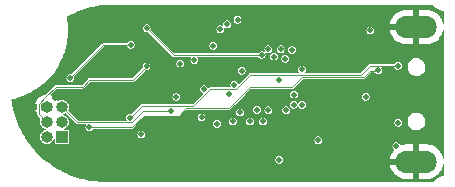
<source format=gbr>
%TF.GenerationSoftware,KiCad,Pcbnew,7.0.6*%
%TF.CreationDate,2023-08-02T13:54:47-07:00*%
%TF.ProjectId,ovrdrive,6f767264-7269-4766-952e-6b696361645f,rev?*%
%TF.SameCoordinates,Original*%
%TF.FileFunction,Copper,L3,Inr*%
%TF.FilePolarity,Positive*%
%FSLAX46Y46*%
G04 Gerber Fmt 4.6, Leading zero omitted, Abs format (unit mm)*
G04 Created by KiCad (PCBNEW 7.0.6) date 2023-08-02 13:54:47*
%MOMM*%
%LPD*%
G01*
G04 APERTURE LIST*
%TA.AperFunction,ComponentPad*%
%ADD10O,3.500000X1.900000*%
%TD*%
%TA.AperFunction,ComponentPad*%
%ADD11R,1.000000X1.000000*%
%TD*%
%TA.AperFunction,ComponentPad*%
%ADD12O,1.000000X1.000000*%
%TD*%
%TA.AperFunction,ViaPad*%
%ADD13C,0.460000*%
%TD*%
%TA.AperFunction,Conductor*%
%ADD14C,0.100000*%
%TD*%
G04 APERTURE END LIST*
D10*
%TO.N,GND*%
%TO.C,J1*%
X142100000Y-98500000D03*
X142100000Y-109900000D03*
%TD*%
D11*
%TO.N,/MISO*%
%TO.C,J3*%
X112070000Y-107800000D03*
D12*
%TO.N,+5V*%
X110800000Y-107800000D03*
%TO.N,/SCK*%
X112070000Y-106530000D03*
%TO.N,/MOSI*%
X110800000Y-106530000D03*
%TO.N,/~{RST}*%
X112070000Y-105260000D03*
%TO.N,GND*%
X110800000Y-105260000D03*
%TD*%
D13*
%TO.N,/IN1*%
X140520500Y-101800000D03*
%TO.N,GND*%
X139600000Y-97400000D03*
X137000000Y-100400000D03*
X143600000Y-100400000D03*
X143600000Y-106600000D03*
X133000000Y-99000000D03*
X126400000Y-100400000D03*
X117600000Y-109800000D03*
X124600000Y-107400000D03*
%TO.N,+3.3V*%
X140570500Y-106600000D03*
%TO.N,VMEM*%
X140400000Y-108600000D03*
X137800000Y-104400000D03*
%TO.N,+1V8*%
X131750000Y-104220000D03*
X127300000Y-102200000D03*
X128600000Y-105500000D03*
X131000000Y-101200000D03*
%TO.N,/MOSI*%
X119243348Y-101843348D03*
%TO.N,/~{RST}*%
X121283771Y-105600000D03*
%TO.N,/INHIBIT*%
X117900000Y-100000000D03*
X112800000Y-102829500D03*
%TO.N,Net-(JP1-B)*%
X130500000Y-109750000D03*
%TO.N,/RB1*%
X131550000Y-100450000D03*
%TO.N,/RB0*%
X130050000Y-101010000D03*
%TO.N,/~{CE1}*%
X130450000Y-102950000D03*
%TO.N,/DQS*%
X129550000Y-105540500D03*
%TO.N,Net-(U2A-~{CE})*%
X122100000Y-101600000D03*
%TO.N,/~{CE3}*%
X131050000Y-105540500D03*
%TO.N,/~{CE2}*%
X131700000Y-105100000D03*
%TO.N,/~{RE}*%
X129550000Y-100400000D03*
%TO.N,/~{CE}*%
X119250000Y-98600000D03*
X128991864Y-100879856D03*
%TO.N,/~{WP}*%
X123900000Y-106150000D03*
%TO.N,/~{WE}*%
X125200000Y-106700000D03*
%TO.N,/ALE*%
X126550000Y-106500000D03*
%TO.N,/CLE*%
X127150000Y-105740500D03*
%TO.N,+3.3V*%
X128000000Y-106500000D03*
X130600000Y-100400000D03*
X132400000Y-102100000D03*
X129100000Y-106500000D03*
X123300000Y-101304500D03*
X132400000Y-105100000D03*
%TO.N,GND*%
X108900000Y-105600000D03*
X119800000Y-106500000D03*
X118200000Y-98400000D03*
X132350000Y-101200000D03*
X136500000Y-108600000D03*
X114600000Y-99200000D03*
X132500000Y-109000000D03*
X139750000Y-110950000D03*
X114100000Y-107900000D03*
X126950000Y-97150000D03*
X122550000Y-105950000D03*
X135500000Y-97050000D03*
X119900000Y-101300000D03*
X113350000Y-109800000D03*
X111500000Y-104500000D03*
X122100000Y-99400000D03*
X131000000Y-110600000D03*
X126300000Y-110800000D03*
X117600000Y-103800000D03*
%TO.N,+5V*%
X138200000Y-98800000D03*
X118800000Y-107600000D03*
X133800000Y-108095500D03*
%TO.N,/FD7*%
X126950000Y-97900000D03*
%TO.N,/FD6*%
X126072701Y-98279500D03*
%TO.N,/FD5*%
X125500000Y-98700000D03*
%TO.N,/FD4*%
X124900000Y-100100000D03*
%TO.N,/FD3*%
X126677375Y-103384648D03*
%TO.N,/FD2*%
X124104500Y-103764148D03*
%TO.N,/FD1*%
X121770207Y-104429793D03*
%TO.N,/FD0*%
X126204500Y-104150000D03*
%TO.N,/IN1*%
X117845500Y-106200000D03*
%TO.N,/IN2*%
X138825627Y-102157685D03*
X114400000Y-107000000D03*
%TD*%
D14*
%TO.N,/IN1*%
X140498185Y-101777685D02*
X140520500Y-101800000D01*
X139577685Y-101777685D02*
X140498185Y-101777685D01*
X138000000Y-101950000D02*
X138150000Y-101800000D01*
X138150000Y-101800000D02*
X138172315Y-101777685D01*
%TO.N,/MOSI*%
X110670381Y-104470381D02*
X111570381Y-103570381D01*
X113829619Y-103570381D02*
X114400000Y-103000000D01*
X114400000Y-103000000D02*
X116400000Y-103000000D01*
X119243348Y-101843348D02*
X118086696Y-103000000D01*
X110150000Y-104990761D02*
X110150000Y-105880000D01*
X110150000Y-105880000D02*
X110800000Y-106530000D01*
X110670381Y-104470381D02*
X110150000Y-104990761D01*
X118086696Y-103000000D02*
X116400000Y-103000000D01*
X111570381Y-103570381D02*
X113829619Y-103570381D01*
%TO.N,/~{RST}*%
X118982902Y-105600000D02*
X118002902Y-106580000D01*
X113390000Y-106580000D02*
X112070000Y-105260000D01*
X118002902Y-106580000D02*
X113390000Y-106580000D01*
X121283771Y-105600000D02*
X118982902Y-105600000D01*
%TO.N,/INHIBIT*%
X112800000Y-102800000D02*
X114700000Y-100900000D01*
X117900000Y-100000000D02*
X115600000Y-100000000D01*
X112800000Y-102829500D02*
X112800000Y-102800000D01*
X115600000Y-100000000D02*
X114700000Y-100900000D01*
%TO.N,/~{CE}*%
X121529856Y-100879856D02*
X119250000Y-98600000D01*
X128991864Y-100879856D02*
X121529856Y-100879856D01*
%TO.N,/IN1*%
X117845500Y-106200000D02*
X118845500Y-105200000D01*
X123207050Y-105200000D02*
X119800000Y-105200000D01*
X124642402Y-103764648D02*
X123207050Y-105200000D01*
X138000000Y-101950000D02*
X137380000Y-102570000D01*
X137380000Y-102570000D02*
X128029425Y-102570000D01*
X138172315Y-101777685D02*
X139577685Y-101777685D01*
X126834777Y-103764648D02*
X124642402Y-103764648D01*
X128029425Y-102570000D02*
X126834777Y-103764648D01*
X118845500Y-105200000D02*
X119800000Y-105200000D01*
%TO.N,/IN2*%
X132430000Y-102770000D02*
X137630000Y-102770000D01*
X114400000Y-107000000D02*
X118000000Y-107000000D01*
X137630000Y-102770000D02*
X138200000Y-102200000D01*
X118000000Y-107000000D02*
X119000000Y-106000000D01*
X126200000Y-105400000D02*
X128000000Y-103600000D01*
X121962598Y-106000000D02*
X122562598Y-105400000D01*
X131600000Y-103600000D02*
X132430000Y-102770000D01*
X128000000Y-103600000D02*
X131600000Y-103600000D01*
X122562598Y-105400000D02*
X126200000Y-105400000D01*
X138783312Y-102200000D02*
X138825627Y-102157685D01*
X138200000Y-102200000D02*
X138783312Y-102200000D01*
X119000000Y-106000000D02*
X121962598Y-106000000D01*
%TD*%
%TA.AperFunction,Conductor*%
%TO.N,GND*%
G36*
X110587871Y-105007195D02*
G01*
X110514199Y-105094993D01*
X110475000Y-105202694D01*
X110475000Y-105317306D01*
X110514199Y-105425007D01*
X110587871Y-105512805D01*
X110589941Y-105514000D01*
X110349500Y-105514000D01*
X110314852Y-105499648D01*
X110300500Y-105465000D01*
X110300500Y-105073395D01*
X110314851Y-105038748D01*
X110333249Y-105020350D01*
X110367896Y-105006000D01*
X110589941Y-105006000D01*
X110587871Y-105007195D01*
G37*
%TD.AperFunction*%
%TA.AperFunction,Conductor*%
G36*
X111054000Y-105465000D02*
G01*
X111039648Y-105499648D01*
X111014390Y-105510110D01*
X111054000Y-105462905D01*
X111054000Y-105465000D01*
G37*
%TD.AperFunction*%
%TA.AperFunction,Conductor*%
G36*
X111039648Y-105020352D02*
G01*
X111054000Y-105055000D01*
X111054000Y-105057094D01*
X111014390Y-105009889D01*
X111039648Y-105020352D01*
G37*
%TD.AperFunction*%
%TA.AperFunction,Conductor*%
G36*
X143496587Y-96638571D02*
G01*
X143498948Y-96641105D01*
X143535977Y-96683793D01*
X143557533Y-96708643D01*
X143725459Y-96856897D01*
X143798720Y-96906051D01*
X143911470Y-96981700D01*
X144112322Y-97080875D01*
X144324501Y-97152687D01*
X144394379Y-97166368D01*
X144425623Y-97187109D01*
X144433963Y-97214455D01*
X144433963Y-98243065D01*
X144419611Y-98277713D01*
X144384963Y-98292065D01*
X144350315Y-98277713D01*
X144336631Y-98251130D01*
X144318229Y-98140853D01*
X144239774Y-97912323D01*
X144239770Y-97912313D01*
X144124777Y-97699825D01*
X144124768Y-97699811D01*
X143976364Y-97509141D01*
X143798588Y-97345488D01*
X143596313Y-97213335D01*
X143596307Y-97213331D01*
X143375036Y-97116273D01*
X143375037Y-97116273D01*
X143140801Y-97056956D01*
X142960303Y-97042000D01*
X142354000Y-97042000D01*
X142354000Y-98050000D01*
X141846000Y-98050000D01*
X141846000Y-97042000D01*
X141239697Y-97042000D01*
X141059198Y-97056956D01*
X140824963Y-97116273D01*
X140603692Y-97213331D01*
X140603686Y-97213335D01*
X140401411Y-97345488D01*
X140223635Y-97509141D01*
X140075231Y-97699811D01*
X140075222Y-97699825D01*
X139960229Y-97912313D01*
X139960225Y-97912323D01*
X139881770Y-98140853D01*
X139864225Y-98246000D01*
X140927032Y-98246000D01*
X140876375Y-98333740D01*
X140846190Y-98465992D01*
X140856327Y-98601265D01*
X140905887Y-98727541D01*
X140926987Y-98754000D01*
X139864225Y-98754000D01*
X139881770Y-98859146D01*
X139960225Y-99087676D01*
X139960229Y-99087686D01*
X140075222Y-99300174D01*
X140075231Y-99300188D01*
X140223635Y-99490858D01*
X140401411Y-99654511D01*
X140603686Y-99786664D01*
X140603692Y-99786668D01*
X140824963Y-99883726D01*
X140824962Y-99883726D01*
X141059198Y-99943043D01*
X141239697Y-99958000D01*
X141846000Y-99958000D01*
X141846000Y-98950000D01*
X142354000Y-98950000D01*
X142354000Y-99958000D01*
X142960303Y-99958000D01*
X143140801Y-99943043D01*
X143375036Y-99883726D01*
X143596307Y-99786668D01*
X143596313Y-99786664D01*
X143798588Y-99654511D01*
X143976364Y-99490858D01*
X144124768Y-99300188D01*
X144124777Y-99300174D01*
X144239770Y-99087686D01*
X144239774Y-99087676D01*
X144318229Y-98859146D01*
X144336631Y-98748869D01*
X144356490Y-98717056D01*
X144393028Y-98708602D01*
X144424841Y-98728461D01*
X144433963Y-98756934D01*
X144433963Y-109643065D01*
X144419611Y-109677713D01*
X144384963Y-109692065D01*
X144350315Y-109677713D01*
X144336631Y-109651130D01*
X144318229Y-109540853D01*
X144239774Y-109312323D01*
X144239770Y-109312313D01*
X144124777Y-109099825D01*
X144124768Y-109099811D01*
X143976364Y-108909141D01*
X143798588Y-108745488D01*
X143596313Y-108613335D01*
X143596307Y-108613331D01*
X143375036Y-108516273D01*
X143375037Y-108516273D01*
X143140801Y-108456956D01*
X142960303Y-108442000D01*
X142354000Y-108442000D01*
X142354000Y-109450000D01*
X141846000Y-109450000D01*
X141846000Y-108442000D01*
X141239697Y-108442000D01*
X141059198Y-108456956D01*
X140824962Y-108516273D01*
X140824958Y-108516274D01*
X140785418Y-108533618D01*
X140747923Y-108534393D01*
X140720863Y-108508427D01*
X140717482Y-108497260D01*
X140715359Y-108485219D01*
X140681169Y-108426000D01*
X140657084Y-108384283D01*
X140657082Y-108384280D01*
X140567799Y-108309364D01*
X140567797Y-108309363D01*
X140458276Y-108269500D01*
X140341724Y-108269500D01*
X140232202Y-108309363D01*
X140232200Y-108309364D01*
X140142917Y-108384280D01*
X140142915Y-108384283D01*
X140084641Y-108485216D01*
X140064402Y-108600000D01*
X140084641Y-108714783D01*
X140142915Y-108815716D01*
X140142917Y-108815719D01*
X140199551Y-108863240D01*
X140216868Y-108896505D01*
X140206722Y-108930872D01*
X140075231Y-109099811D01*
X140075222Y-109099825D01*
X139960229Y-109312313D01*
X139960225Y-109312323D01*
X139881770Y-109540853D01*
X139864225Y-109646000D01*
X140927032Y-109646000D01*
X140876375Y-109733740D01*
X140846190Y-109865992D01*
X140856327Y-110001265D01*
X140905887Y-110127541D01*
X140926987Y-110154000D01*
X139864225Y-110154000D01*
X139881770Y-110259146D01*
X139960225Y-110487676D01*
X139960229Y-110487686D01*
X140075222Y-110700174D01*
X140075231Y-110700188D01*
X140223635Y-110890858D01*
X140401411Y-111054511D01*
X140603686Y-111186664D01*
X140603692Y-111186668D01*
X140824963Y-111283726D01*
X140824962Y-111283726D01*
X141059198Y-111343043D01*
X141239697Y-111358000D01*
X141846000Y-111358000D01*
X141846000Y-110350000D01*
X142354000Y-110350000D01*
X142354000Y-111358000D01*
X142960303Y-111358000D01*
X143140801Y-111343043D01*
X143375036Y-111283726D01*
X143596307Y-111186668D01*
X143596313Y-111186664D01*
X143798588Y-111054511D01*
X143976364Y-110890858D01*
X144124768Y-110700188D01*
X144124777Y-110700174D01*
X144239770Y-110487686D01*
X144239774Y-110487676D01*
X144318229Y-110259146D01*
X144336631Y-110148869D01*
X144356490Y-110117056D01*
X144393028Y-110108602D01*
X144424841Y-110128461D01*
X144433963Y-110156934D01*
X144433963Y-111032991D01*
X144419611Y-111067639D01*
X144394378Y-111081078D01*
X144324505Y-111094758D01*
X144324503Y-111094758D01*
X144324501Y-111094759D01*
X144251675Y-111119405D01*
X144112321Y-111166568D01*
X143911471Y-111265739D01*
X143911472Y-111265739D01*
X143773957Y-111358000D01*
X143725451Y-111390543D01*
X143557531Y-111538785D01*
X143498939Y-111606328D01*
X143465393Y-111623096D01*
X143461925Y-111623219D01*
X115820682Y-111623219D01*
X115820286Y-111623055D01*
X115800496Y-111623215D01*
X115800022Y-111623218D01*
X115799996Y-111623218D01*
X115541709Y-111616709D01*
X115464090Y-111614754D01*
X115268165Y-111609523D01*
X115266585Y-111609430D01*
X114964291Y-111581768D01*
X114729708Y-111559184D01*
X114728217Y-111558995D01*
X114438367Y-111513018D01*
X114195887Y-111472597D01*
X114194488Y-111472322D01*
X113912514Y-111408267D01*
X113776671Y-111375831D01*
X113669133Y-111350153D01*
X113667835Y-111349805D01*
X113392972Y-111267952D01*
X113151900Y-111192429D01*
X113150696Y-111192017D01*
X112883164Y-111092690D01*
X112646546Y-111000152D01*
X112645444Y-110999690D01*
X112385860Y-110883281D01*
X112307264Y-110846087D01*
X112155375Y-110774208D01*
X112154376Y-110773707D01*
X111903535Y-110640678D01*
X111680152Y-110515371D01*
X111635367Y-110487686D01*
X111438523Y-110366000D01*
X111224033Y-110225344D01*
X110992980Y-110060483D01*
X110788583Y-109905220D01*
X110598897Y-109750000D01*
X130164402Y-109750000D01*
X130184641Y-109864783D01*
X130242915Y-109965716D01*
X130242917Y-109965719D01*
X130285280Y-110001265D01*
X130332201Y-110040636D01*
X130441724Y-110080500D01*
X130558276Y-110080500D01*
X130667799Y-110040636D01*
X130757083Y-109965718D01*
X130815359Y-109864781D01*
X130835598Y-109750000D01*
X130815359Y-109635219D01*
X130815358Y-109635217D01*
X130815358Y-109635216D01*
X130757084Y-109534283D01*
X130757082Y-109534280D01*
X130667799Y-109459364D01*
X130667797Y-109459363D01*
X130558276Y-109419500D01*
X130441724Y-109419500D01*
X130332202Y-109459363D01*
X130332200Y-109459364D01*
X130242917Y-109534280D01*
X130242915Y-109534283D01*
X130184641Y-109635216D01*
X130164402Y-109750000D01*
X110598897Y-109750000D01*
X110569006Y-109725540D01*
X110375769Y-109556456D01*
X110168552Y-109362691D01*
X109987508Y-109180688D01*
X109793453Y-108973580D01*
X109625555Y-108779640D01*
X109445448Y-108559994D01*
X109291586Y-108355205D01*
X109280153Y-108339216D01*
X109126421Y-108124218D01*
X109125834Y-108123357D01*
X109016008Y-107953934D01*
X108987127Y-107909380D01*
X108922370Y-107804863D01*
X108837260Y-107667493D01*
X108836669Y-107666485D01*
X108810663Y-107619545D01*
X108713563Y-107444283D01*
X108680234Y-107381591D01*
X108616012Y-107260787D01*
X108579583Y-107192263D01*
X108579015Y-107191125D01*
X108472168Y-106962224D01*
X108354557Y-106700666D01*
X108354051Y-106699455D01*
X108264102Y-106465826D01*
X108254721Y-106440636D01*
X108163205Y-106194902D01*
X108162772Y-106193627D01*
X108090489Y-105958550D01*
X108006458Y-105677414D01*
X108006082Y-105675999D01*
X107952549Y-105446437D01*
X107885001Y-105150467D01*
X107884702Y-105148934D01*
X107861651Y-105006000D01*
X109823692Y-105006000D01*
X109950500Y-105006000D01*
X109985148Y-105020352D01*
X109999500Y-105055000D01*
X109999500Y-105465000D01*
X109985148Y-105499648D01*
X109950500Y-105514000D01*
X109823693Y-105514000D01*
X109864223Y-105647608D01*
X109864226Y-105647615D01*
X109957826Y-105822727D01*
X109957828Y-105822730D01*
X109988377Y-105859952D01*
X109999500Y-105891038D01*
X109999500Y-105920327D01*
X110006531Y-105932505D01*
X110011425Y-105944322D01*
X110015063Y-105957900D01*
X110015064Y-105957902D01*
X110015065Y-105957904D01*
X110072095Y-106014935D01*
X110078986Y-106021826D01*
X110078989Y-106021828D01*
X110254906Y-106197745D01*
X110269258Y-106232393D01*
X110265528Y-106251144D01*
X110214955Y-106373238D01*
X110194318Y-106529999D01*
X110214955Y-106686761D01*
X110275461Y-106832836D01*
X110275464Y-106832841D01*
X110366297Y-106951218D01*
X110371718Y-106958282D01*
X110497159Y-107054536D01*
X110497161Y-107054536D01*
X110497163Y-107054538D01*
X110643238Y-107115044D01*
X110653681Y-107116419D01*
X110686159Y-107135171D01*
X110695866Y-107171396D01*
X110677114Y-107203874D01*
X110653681Y-107213581D01*
X110643238Y-107214955D01*
X110497163Y-107275461D01*
X110497158Y-107275464D01*
X110371718Y-107371717D01*
X110371717Y-107371718D01*
X110275464Y-107497158D01*
X110275461Y-107497163D01*
X110214955Y-107643238D01*
X110194318Y-107800000D01*
X110214955Y-107956761D01*
X110275461Y-108102836D01*
X110275464Y-108102841D01*
X110371718Y-108228282D01*
X110497159Y-108324536D01*
X110497161Y-108324536D01*
X110497163Y-108324538D01*
X110571200Y-108355205D01*
X110643238Y-108385044D01*
X110800000Y-108405682D01*
X110956762Y-108385044D01*
X111102841Y-108324536D01*
X111228282Y-108228282D01*
X111324536Y-108102841D01*
X111375231Y-107980451D01*
X111401748Y-107953934D01*
X111439251Y-107953934D01*
X111465770Y-107980452D01*
X111469500Y-107999204D01*
X111469500Y-108309894D01*
X111469501Y-108309898D01*
X111475331Y-108339213D01*
X111475331Y-108339214D01*
X111475332Y-108339215D01*
X111475332Y-108339216D01*
X111497542Y-108372456D01*
X111497543Y-108372457D01*
X111530787Y-108394669D01*
X111560101Y-108400500D01*
X112579898Y-108400499D01*
X112609213Y-108394669D01*
X112642457Y-108372457D01*
X112664669Y-108339213D01*
X112670500Y-108309899D01*
X112670500Y-108095500D01*
X133464402Y-108095500D01*
X133469314Y-108123357D01*
X133484641Y-108210283D01*
X133542915Y-108311216D01*
X133542917Y-108311219D01*
X133615898Y-108372456D01*
X133632201Y-108386136D01*
X133741724Y-108426000D01*
X133858276Y-108426000D01*
X133967799Y-108386136D01*
X134057083Y-108311218D01*
X134115359Y-108210281D01*
X134135598Y-108095500D01*
X134115359Y-107980719D01*
X134115358Y-107980717D01*
X134115358Y-107980716D01*
X134057084Y-107879783D01*
X134057082Y-107879780D01*
X133967799Y-107804864D01*
X133967797Y-107804863D01*
X133858276Y-107765000D01*
X133741724Y-107765000D01*
X133632202Y-107804863D01*
X133632200Y-107804864D01*
X133542917Y-107879780D01*
X133542915Y-107879783D01*
X133484641Y-107980716D01*
X133470764Y-108059419D01*
X133464402Y-108095500D01*
X112670500Y-108095500D01*
X112670499Y-107600000D01*
X118464402Y-107600000D01*
X118484641Y-107714783D01*
X118542915Y-107815716D01*
X118542917Y-107815719D01*
X118619263Y-107879780D01*
X118632201Y-107890636D01*
X118741724Y-107930500D01*
X118858276Y-107930500D01*
X118967799Y-107890636D01*
X119057083Y-107815718D01*
X119115359Y-107714781D01*
X119135598Y-107600000D01*
X119115359Y-107485219D01*
X119115358Y-107485217D01*
X119115358Y-107485216D01*
X119057084Y-107384283D01*
X119057082Y-107384280D01*
X118967799Y-107309364D01*
X118967797Y-107309363D01*
X118858276Y-107269500D01*
X118741724Y-107269500D01*
X118632202Y-107309363D01*
X118632200Y-107309364D01*
X118542917Y-107384280D01*
X118542915Y-107384283D01*
X118484641Y-107485216D01*
X118464402Y-107600000D01*
X112670499Y-107600000D01*
X112670499Y-107290102D01*
X112664669Y-107260787D01*
X112664667Y-107260784D01*
X112664667Y-107260783D01*
X112642457Y-107227543D01*
X112609212Y-107205330D01*
X112579904Y-107199500D01*
X112269205Y-107199500D01*
X112234557Y-107185148D01*
X112220205Y-107150500D01*
X112234557Y-107115852D01*
X112250452Y-107105231D01*
X112372841Y-107054536D01*
X112498282Y-106958282D01*
X112594536Y-106832841D01*
X112655044Y-106686762D01*
X112675682Y-106530000D01*
X112655044Y-106373238D01*
X112630830Y-106314781D01*
X112594538Y-106227163D01*
X112594535Y-106227158D01*
X112580880Y-106209363D01*
X112498282Y-106101718D01*
X112458249Y-106071000D01*
X112372841Y-106005464D01*
X112372836Y-106005461D01*
X112226761Y-105944955D01*
X112216319Y-105943581D01*
X112183840Y-105924830D01*
X112174133Y-105888605D01*
X112192884Y-105856126D01*
X112216319Y-105846419D01*
X112219331Y-105846022D01*
X112226762Y-105845044D01*
X112348856Y-105794471D01*
X112386357Y-105794471D01*
X112402254Y-105805093D01*
X113255065Y-106657904D01*
X113312096Y-106714935D01*
X113325678Y-106718573D01*
X113337491Y-106723466D01*
X113349673Y-106730500D01*
X113430326Y-106730501D01*
X113430328Y-106730500D01*
X114089097Y-106730500D01*
X114123745Y-106744852D01*
X114138097Y-106779500D01*
X114131532Y-106804000D01*
X114084641Y-106885216D01*
X114064402Y-107000000D01*
X114084641Y-107114783D01*
X114142915Y-107215716D01*
X114142917Y-107215719D01*
X114196627Y-107260786D01*
X114232201Y-107290636D01*
X114341724Y-107330500D01*
X114458276Y-107330500D01*
X114567799Y-107290636D01*
X114657083Y-107215718D01*
X114680591Y-107175000D01*
X114710345Y-107152170D01*
X114723027Y-107150500D01*
X118040327Y-107150500D01*
X118052501Y-107143469D01*
X118064319Y-107138574D01*
X118077904Y-107134935D01*
X118134935Y-107077905D01*
X118134935Y-107077903D01*
X118141824Y-107071015D01*
X118141826Y-107071011D01*
X118512837Y-106700000D01*
X124864402Y-106700000D01*
X124884641Y-106814783D01*
X124942915Y-106915716D01*
X124942917Y-106915719D01*
X125019825Y-106980251D01*
X125032201Y-106990636D01*
X125141724Y-107030500D01*
X125258276Y-107030500D01*
X125367799Y-106990636D01*
X125457083Y-106915718D01*
X125509460Y-106824999D01*
X125515358Y-106814783D01*
X125515358Y-106814782D01*
X125515359Y-106814781D01*
X125535598Y-106700000D01*
X125515359Y-106585219D01*
X125515358Y-106585217D01*
X125515358Y-106585216D01*
X125466158Y-106500000D01*
X126214402Y-106500000D01*
X126234641Y-106614783D01*
X126292915Y-106715716D01*
X126292917Y-106715719D01*
X126368930Y-106779500D01*
X126382201Y-106790636D01*
X126491724Y-106830500D01*
X126608276Y-106830500D01*
X126717799Y-106790636D01*
X126807083Y-106715718D01*
X126854186Y-106634133D01*
X126865358Y-106614783D01*
X126865358Y-106614782D01*
X126865359Y-106614781D01*
X126885598Y-106500000D01*
X127664402Y-106500000D01*
X127684641Y-106614783D01*
X127742915Y-106715716D01*
X127742917Y-106715719D01*
X127818930Y-106779500D01*
X127832201Y-106790636D01*
X127941724Y-106830500D01*
X128058276Y-106830500D01*
X128167799Y-106790636D01*
X128257083Y-106715718D01*
X128304186Y-106634133D01*
X128315358Y-106614783D01*
X128315358Y-106614782D01*
X128315359Y-106614781D01*
X128335598Y-106500000D01*
X128764402Y-106500000D01*
X128784641Y-106614783D01*
X128842915Y-106715716D01*
X128842917Y-106715719D01*
X128918930Y-106779500D01*
X128932201Y-106790636D01*
X129041724Y-106830500D01*
X129158276Y-106830500D01*
X129267799Y-106790636D01*
X129357083Y-106715718D01*
X129404186Y-106634133D01*
X129415358Y-106614783D01*
X129415358Y-106614782D01*
X129415359Y-106614781D01*
X129417965Y-106600000D01*
X140234902Y-106600000D01*
X140255141Y-106714783D01*
X140313415Y-106815716D01*
X140313417Y-106815719D01*
X140387408Y-106877804D01*
X140402701Y-106890636D01*
X140512224Y-106930500D01*
X140628776Y-106930500D01*
X140738299Y-106890636D01*
X140827583Y-106815718D01*
X140884745Y-106716710D01*
X140885858Y-106714783D01*
X140885858Y-106714782D01*
X140885859Y-106714781D01*
X140906098Y-106600000D01*
X140896212Y-106543935D01*
X141345669Y-106543935D01*
X141376135Y-106716711D01*
X141425218Y-106830500D01*
X141445624Y-106877806D01*
X141529623Y-106990635D01*
X141550390Y-107018530D01*
X141684786Y-107131302D01*
X141841567Y-107210040D01*
X142012279Y-107250500D01*
X142012280Y-107250500D01*
X142143705Y-107250500D01*
X142143709Y-107250500D01*
X142274255Y-107235241D01*
X142439117Y-107175237D01*
X142585696Y-107078830D01*
X142608615Y-107054538D01*
X142706087Y-106951223D01*
X142706092Y-106951218D01*
X142793812Y-106799281D01*
X142844130Y-106631210D01*
X142854331Y-106456065D01*
X142823865Y-106283289D01*
X142754377Y-106122196D01*
X142739473Y-106102177D01*
X142689625Y-106035219D01*
X142649610Y-105981470D01*
X142621520Y-105957900D01*
X142515214Y-105868698D01*
X142358434Y-105789960D01*
X142358432Y-105789959D01*
X142216066Y-105756218D01*
X142187721Y-105749500D01*
X142056291Y-105749500D01*
X141969260Y-105759672D01*
X141925743Y-105764759D01*
X141925742Y-105764760D01*
X141760883Y-105824762D01*
X141614305Y-105921169D01*
X141614299Y-105921173D01*
X141493912Y-106048776D01*
X141493907Y-106048783D01*
X141406189Y-106200716D01*
X141406185Y-106200725D01*
X141355871Y-106368785D01*
X141355869Y-106368792D01*
X141345669Y-106543931D01*
X141345669Y-106543935D01*
X140896212Y-106543935D01*
X140885859Y-106485219D01*
X140885858Y-106485217D01*
X140885858Y-106485216D01*
X140827584Y-106384283D01*
X140827582Y-106384280D01*
X140738299Y-106309364D01*
X140738297Y-106309363D01*
X140628776Y-106269500D01*
X140512224Y-106269500D01*
X140402702Y-106309363D01*
X140402700Y-106309364D01*
X140313417Y-106384280D01*
X140313415Y-106384283D01*
X140255141Y-106485216D01*
X140234902Y-106600000D01*
X129417965Y-106600000D01*
X129435598Y-106500000D01*
X129415359Y-106385219D01*
X129415358Y-106385217D01*
X129415358Y-106385216D01*
X129357084Y-106284283D01*
X129357082Y-106284280D01*
X129267799Y-106209364D01*
X129267797Y-106209363D01*
X129158276Y-106169500D01*
X129041724Y-106169500D01*
X128932202Y-106209363D01*
X128932200Y-106209364D01*
X128842917Y-106284280D01*
X128842915Y-106284283D01*
X128784641Y-106385216D01*
X128764402Y-106500000D01*
X128335598Y-106500000D01*
X128315359Y-106385219D01*
X128315358Y-106385217D01*
X128315358Y-106385216D01*
X128257084Y-106284283D01*
X128257082Y-106284280D01*
X128167799Y-106209364D01*
X128167797Y-106209363D01*
X128058276Y-106169500D01*
X127941724Y-106169500D01*
X127832202Y-106209363D01*
X127832200Y-106209364D01*
X127742917Y-106284280D01*
X127742915Y-106284283D01*
X127684641Y-106385216D01*
X127664402Y-106500000D01*
X126885598Y-106500000D01*
X126865359Y-106385219D01*
X126865358Y-106385217D01*
X126865358Y-106385216D01*
X126807084Y-106284283D01*
X126807082Y-106284280D01*
X126717799Y-106209364D01*
X126717797Y-106209363D01*
X126608276Y-106169500D01*
X126491724Y-106169500D01*
X126382202Y-106209363D01*
X126382200Y-106209364D01*
X126292917Y-106284280D01*
X126292915Y-106284283D01*
X126234641Y-106385216D01*
X126214402Y-106500000D01*
X125466158Y-106500000D01*
X125457084Y-106484283D01*
X125457082Y-106484280D01*
X125367799Y-106409364D01*
X125367797Y-106409363D01*
X125258276Y-106369500D01*
X125141724Y-106369500D01*
X125032202Y-106409363D01*
X125032200Y-106409364D01*
X124942917Y-106484280D01*
X124942915Y-106484283D01*
X124884641Y-106585216D01*
X124864402Y-106700000D01*
X118512837Y-106700000D01*
X119047986Y-106164852D01*
X119082635Y-106150500D01*
X122002925Y-106150500D01*
X122003791Y-106150000D01*
X123564402Y-106150000D01*
X123584641Y-106264783D01*
X123642915Y-106365716D01*
X123642917Y-106365719D01*
X123702505Y-106415718D01*
X123732201Y-106440636D01*
X123841724Y-106480500D01*
X123958276Y-106480500D01*
X124067799Y-106440636D01*
X124157083Y-106365718D01*
X124204673Y-106283289D01*
X124215358Y-106264783D01*
X124215358Y-106264782D01*
X124215359Y-106264781D01*
X124235598Y-106150000D01*
X124215359Y-106035219D01*
X124215358Y-106035217D01*
X124215358Y-106035216D01*
X124157084Y-105934283D01*
X124157082Y-105934280D01*
X124067799Y-105859364D01*
X124067797Y-105859363D01*
X123958276Y-105819500D01*
X123841724Y-105819500D01*
X123732202Y-105859363D01*
X123732200Y-105859364D01*
X123642917Y-105934280D01*
X123642915Y-105934283D01*
X123584641Y-106035216D01*
X123564402Y-106150000D01*
X122003791Y-106150000D01*
X122015099Y-106143469D01*
X122026917Y-106138574D01*
X122040502Y-106134935D01*
X122097533Y-106077905D01*
X122097533Y-106077903D01*
X122104422Y-106071015D01*
X122104424Y-106071011D01*
X122434936Y-105740500D01*
X126814402Y-105740500D01*
X126834641Y-105855283D01*
X126892915Y-105956216D01*
X126892917Y-105956219D01*
X126962893Y-106014935D01*
X126982201Y-106031136D01*
X127091724Y-106071000D01*
X127208276Y-106071000D01*
X127317799Y-106031136D01*
X127405076Y-105957902D01*
X127407082Y-105956219D01*
X127407084Y-105956216D01*
X127465358Y-105855283D01*
X127465358Y-105855282D01*
X127465359Y-105855281D01*
X127485598Y-105740500D01*
X127465359Y-105625719D01*
X127465358Y-105625717D01*
X127465358Y-105625716D01*
X127407084Y-105524783D01*
X127407082Y-105524780D01*
X127377550Y-105500000D01*
X128264402Y-105500000D01*
X128284641Y-105614783D01*
X128342915Y-105715716D01*
X128342917Y-105715719D01*
X128417820Y-105778569D01*
X128432201Y-105790636D01*
X128541724Y-105830500D01*
X128658276Y-105830500D01*
X128767799Y-105790636D01*
X128857083Y-105715718D01*
X128915359Y-105614781D01*
X128928457Y-105540500D01*
X129214402Y-105540500D01*
X129234641Y-105655283D01*
X129292915Y-105756216D01*
X129292917Y-105756219D01*
X129366142Y-105817661D01*
X129382201Y-105831136D01*
X129491724Y-105871000D01*
X129608276Y-105871000D01*
X129717799Y-105831136D01*
X129807083Y-105756218D01*
X129852569Y-105677434D01*
X129865358Y-105655283D01*
X129865358Y-105655282D01*
X129865359Y-105655281D01*
X129885598Y-105540500D01*
X130714402Y-105540500D01*
X130734641Y-105655283D01*
X130792915Y-105756216D01*
X130792917Y-105756219D01*
X130866142Y-105817661D01*
X130882201Y-105831136D01*
X130991724Y-105871000D01*
X131108276Y-105871000D01*
X131217799Y-105831136D01*
X131307083Y-105756218D01*
X131352569Y-105677434D01*
X131365358Y-105655283D01*
X131365358Y-105655282D01*
X131365359Y-105655281D01*
X131385598Y-105540500D01*
X131365359Y-105425719D01*
X131365358Y-105425717D01*
X131365358Y-105425716D01*
X131307084Y-105324783D01*
X131307082Y-105324780D01*
X131217799Y-105249864D01*
X131217797Y-105249863D01*
X131108276Y-105210000D01*
X130991724Y-105210000D01*
X130882202Y-105249863D01*
X130882200Y-105249864D01*
X130792917Y-105324780D01*
X130792915Y-105324783D01*
X130734641Y-105425716D01*
X130714402Y-105540500D01*
X129885598Y-105540500D01*
X129865359Y-105425719D01*
X129865358Y-105425717D01*
X129865358Y-105425716D01*
X129807084Y-105324783D01*
X129807082Y-105324780D01*
X129717799Y-105249864D01*
X129717797Y-105249863D01*
X129608276Y-105210000D01*
X129491724Y-105210000D01*
X129382202Y-105249863D01*
X129382200Y-105249864D01*
X129292917Y-105324780D01*
X129292915Y-105324783D01*
X129234641Y-105425716D01*
X129214402Y-105540500D01*
X128928457Y-105540500D01*
X128935598Y-105500000D01*
X128915359Y-105385219D01*
X128915358Y-105385217D01*
X128915358Y-105385216D01*
X128857084Y-105284283D01*
X128857082Y-105284280D01*
X128767799Y-105209364D01*
X128767797Y-105209363D01*
X128658276Y-105169500D01*
X128541724Y-105169500D01*
X128432202Y-105209363D01*
X128432200Y-105209364D01*
X128342917Y-105284280D01*
X128342915Y-105284283D01*
X128284641Y-105385216D01*
X128264402Y-105500000D01*
X127377550Y-105500000D01*
X127317799Y-105449864D01*
X127317797Y-105449863D01*
X127208276Y-105410000D01*
X127091724Y-105410000D01*
X126982202Y-105449863D01*
X126982200Y-105449864D01*
X126892917Y-105524780D01*
X126892915Y-105524783D01*
X126834641Y-105625716D01*
X126814402Y-105740500D01*
X122434936Y-105740500D01*
X122610584Y-105564852D01*
X122645233Y-105550500D01*
X126240327Y-105550500D01*
X126252501Y-105543469D01*
X126264319Y-105538574D01*
X126277904Y-105534935D01*
X126334935Y-105477905D01*
X126334935Y-105477903D01*
X126341824Y-105471015D01*
X126341826Y-105471011D01*
X126712837Y-105100000D01*
X131364402Y-105100000D01*
X131384641Y-105214783D01*
X131442915Y-105315716D01*
X131442917Y-105315719D01*
X131506579Y-105369137D01*
X131532201Y-105390636D01*
X131641724Y-105430500D01*
X131758276Y-105430500D01*
X131867799Y-105390636D01*
X131946283Y-105324780D01*
X131957082Y-105315719D01*
X131957082Y-105315718D01*
X131957083Y-105315718D01*
X132007565Y-105228280D01*
X132037316Y-105205451D01*
X132074498Y-105210345D01*
X132092434Y-105228281D01*
X132142915Y-105315716D01*
X132142917Y-105315719D01*
X132206579Y-105369137D01*
X132232201Y-105390636D01*
X132341724Y-105430500D01*
X132458276Y-105430500D01*
X132567799Y-105390636D01*
X132646283Y-105324780D01*
X132657082Y-105315719D01*
X132657084Y-105315716D01*
X132715358Y-105214783D01*
X132715358Y-105214782D01*
X132715359Y-105214781D01*
X132735598Y-105100000D01*
X132715359Y-104985219D01*
X132715358Y-104985217D01*
X132715358Y-104985216D01*
X132657084Y-104884283D01*
X132657082Y-104884280D01*
X132567799Y-104809364D01*
X132567797Y-104809363D01*
X132458276Y-104769500D01*
X132341724Y-104769500D01*
X132232202Y-104809363D01*
X132232200Y-104809364D01*
X132142917Y-104884280D01*
X132142915Y-104884283D01*
X132092434Y-104971718D01*
X132062681Y-104994548D01*
X132025499Y-104989653D01*
X132007564Y-104971718D01*
X131999158Y-104957159D01*
X131973581Y-104912857D01*
X131957084Y-104884283D01*
X131957082Y-104884280D01*
X131867799Y-104809364D01*
X131867797Y-104809363D01*
X131758276Y-104769500D01*
X131641724Y-104769500D01*
X131532202Y-104809363D01*
X131532200Y-104809364D01*
X131442917Y-104884280D01*
X131442915Y-104884283D01*
X131384641Y-104985216D01*
X131364402Y-105100000D01*
X126712837Y-105100000D01*
X127592838Y-104220000D01*
X131414402Y-104220000D01*
X131434641Y-104334783D01*
X131492915Y-104435716D01*
X131492917Y-104435719D01*
X131546286Y-104480500D01*
X131582201Y-104510636D01*
X131691724Y-104550500D01*
X131808276Y-104550500D01*
X131917799Y-104510636D01*
X132007083Y-104435718D01*
X132027705Y-104400000D01*
X137464402Y-104400000D01*
X137484641Y-104514783D01*
X137542915Y-104615716D01*
X137542917Y-104615719D01*
X137608188Y-104670487D01*
X137632201Y-104690636D01*
X137741724Y-104730500D01*
X137858276Y-104730500D01*
X137967799Y-104690636D01*
X138057083Y-104615718D01*
X138115359Y-104514781D01*
X138135598Y-104400000D01*
X138115359Y-104285219D01*
X138115358Y-104285217D01*
X138115358Y-104285216D01*
X138057084Y-104184283D01*
X138057082Y-104184280D01*
X137967799Y-104109364D01*
X137967797Y-104109363D01*
X137858276Y-104069500D01*
X137741724Y-104069500D01*
X137632202Y-104109363D01*
X137632200Y-104109364D01*
X137542917Y-104184280D01*
X137542915Y-104184283D01*
X137484641Y-104285216D01*
X137464402Y-104400000D01*
X132027705Y-104400000D01*
X132065359Y-104334781D01*
X132085598Y-104220000D01*
X132065359Y-104105219D01*
X132065358Y-104105217D01*
X132065358Y-104105216D01*
X132007084Y-104004283D01*
X132007082Y-104004280D01*
X131917799Y-103929364D01*
X131917797Y-103929363D01*
X131808276Y-103889500D01*
X131691724Y-103889500D01*
X131582202Y-103929363D01*
X131582200Y-103929364D01*
X131492917Y-104004280D01*
X131492915Y-104004283D01*
X131434641Y-104105216D01*
X131414402Y-104220000D01*
X127592838Y-104220000D01*
X128047986Y-103764852D01*
X128082635Y-103750500D01*
X131640327Y-103750500D01*
X131652501Y-103743469D01*
X131664319Y-103738574D01*
X131677904Y-103734935D01*
X131734935Y-103677905D01*
X131734935Y-103677903D01*
X131741824Y-103671015D01*
X131741826Y-103671011D01*
X132477986Y-102934852D01*
X132512635Y-102920500D01*
X137670327Y-102920500D01*
X137682501Y-102913469D01*
X137694319Y-102908574D01*
X137707904Y-102904935D01*
X137764935Y-102847905D01*
X137764935Y-102847903D01*
X137771824Y-102841015D01*
X137771826Y-102841011D01*
X138247986Y-102364852D01*
X138282635Y-102350500D01*
X138527030Y-102350500D01*
X138561678Y-102364852D01*
X138565747Y-102370154D01*
X138565789Y-102370120D01*
X138568544Y-102373404D01*
X138635703Y-102429756D01*
X138657828Y-102448321D01*
X138767351Y-102488185D01*
X138883903Y-102488185D01*
X138993426Y-102448321D01*
X139082710Y-102373403D01*
X139140986Y-102272466D01*
X139161225Y-102157685D01*
X139140986Y-102042904D01*
X139140985Y-102042902D01*
X139140985Y-102042901D01*
X139117189Y-102001685D01*
X139112294Y-101964502D01*
X139135124Y-101934750D01*
X139159624Y-101928185D01*
X139557871Y-101928185D01*
X140184590Y-101928185D01*
X140219238Y-101942537D01*
X140227025Y-101952685D01*
X140263415Y-102015716D01*
X140263417Y-102015719D01*
X140340325Y-102080251D01*
X140352701Y-102090636D01*
X140462224Y-102130500D01*
X140578776Y-102130500D01*
X140688299Y-102090636D01*
X140777583Y-102015718D01*
X140819027Y-101943935D01*
X141345669Y-101943935D01*
X141376135Y-102116711D01*
X141443321Y-102272468D01*
X141445624Y-102277806D01*
X141516794Y-102373403D01*
X141550390Y-102418530D01*
X141684786Y-102531302D01*
X141841567Y-102610040D01*
X142012279Y-102650500D01*
X142012280Y-102650500D01*
X142143705Y-102650500D01*
X142143709Y-102650500D01*
X142274255Y-102635241D01*
X142439117Y-102575237D01*
X142585696Y-102478830D01*
X142706092Y-102351218D01*
X142793812Y-102199281D01*
X142844130Y-102031210D01*
X142854331Y-101856065D01*
X142823865Y-101683289D01*
X142754377Y-101522196D01*
X142752904Y-101520218D01*
X142677759Y-101419281D01*
X142649610Y-101381470D01*
X142577747Y-101321170D01*
X142515214Y-101268698D01*
X142358434Y-101189960D01*
X142358432Y-101189959D01*
X142228180Y-101159089D01*
X142187721Y-101149500D01*
X142056291Y-101149500D01*
X141969260Y-101159672D01*
X141925743Y-101164759D01*
X141925742Y-101164760D01*
X141760883Y-101224762D01*
X141614305Y-101321169D01*
X141614299Y-101321173D01*
X141493912Y-101448776D01*
X141493907Y-101448783D01*
X141406189Y-101600716D01*
X141406185Y-101600725D01*
X141355871Y-101768785D01*
X141355869Y-101768792D01*
X141345750Y-101942536D01*
X141345669Y-101943935D01*
X140819027Y-101943935D01*
X140835859Y-101914781D01*
X140856098Y-101800000D01*
X140835859Y-101685219D01*
X140835858Y-101685217D01*
X140835858Y-101685216D01*
X140777584Y-101584283D01*
X140777582Y-101584280D01*
X140688299Y-101509364D01*
X140688297Y-101509363D01*
X140578776Y-101469500D01*
X140462224Y-101469500D01*
X140352702Y-101509363D01*
X140352700Y-101509364D01*
X140263417Y-101584280D01*
X140263417Y-101584281D01*
X140252793Y-101602684D01*
X140223040Y-101625515D01*
X140210357Y-101627185D01*
X138131986Y-101627185D01*
X138119809Y-101634216D01*
X138107993Y-101639110D01*
X138094413Y-101642748D01*
X138094412Y-101642749D01*
X138037380Y-101699780D01*
X138037379Y-101699781D01*
X137907591Y-101829570D01*
X137332013Y-102405148D01*
X137297365Y-102419500D01*
X132668028Y-102419500D01*
X132633380Y-102405148D01*
X132619028Y-102370500D01*
X132633380Y-102335852D01*
X132636531Y-102332964D01*
X132657082Y-102315719D01*
X132657084Y-102315716D01*
X132678972Y-102277806D01*
X132715359Y-102214781D01*
X132735598Y-102100000D01*
X132715359Y-101985219D01*
X132715358Y-101985217D01*
X132715358Y-101985216D01*
X132657084Y-101884283D01*
X132657082Y-101884280D01*
X132567799Y-101809364D01*
X132567797Y-101809363D01*
X132458276Y-101769500D01*
X132341724Y-101769500D01*
X132232202Y-101809363D01*
X132232200Y-101809364D01*
X132142917Y-101884280D01*
X132142915Y-101884283D01*
X132084641Y-101985216D01*
X132064402Y-102100000D01*
X132084641Y-102214783D01*
X132142915Y-102315716D01*
X132142917Y-102315719D01*
X132163469Y-102332964D01*
X132180786Y-102366230D01*
X132169508Y-102401997D01*
X132136242Y-102419314D01*
X132131972Y-102419500D01*
X127989096Y-102419500D01*
X127976919Y-102426531D01*
X127965103Y-102431425D01*
X127951523Y-102435063D01*
X127951522Y-102435064D01*
X127894490Y-102492095D01*
X127894489Y-102492096D01*
X127077876Y-103308708D01*
X127043228Y-103323060D01*
X127008580Y-103308708D01*
X126994973Y-103282569D01*
X126992734Y-103269867D01*
X126992732Y-103269864D01*
X126934459Y-103168931D01*
X126934457Y-103168928D01*
X126845174Y-103094012D01*
X126845172Y-103094011D01*
X126735651Y-103054148D01*
X126619099Y-103054148D01*
X126509577Y-103094011D01*
X126509575Y-103094012D01*
X126420292Y-103168928D01*
X126420290Y-103168931D01*
X126362016Y-103269864D01*
X126341777Y-103384648D01*
X126362016Y-103499431D01*
X126385813Y-103540648D01*
X126390708Y-103577831D01*
X126367878Y-103607583D01*
X126343378Y-103614148D01*
X124602073Y-103614148D01*
X124589896Y-103621179D01*
X124578080Y-103626073D01*
X124564500Y-103629711D01*
X124564499Y-103629712D01*
X124507467Y-103686743D01*
X124505144Y-103689066D01*
X124470492Y-103703410D01*
X124435847Y-103689051D01*
X124422248Y-103662918D01*
X124419859Y-103649367D01*
X124403585Y-103621179D01*
X124361584Y-103548431D01*
X124361582Y-103548428D01*
X124272299Y-103473512D01*
X124272297Y-103473511D01*
X124162776Y-103433648D01*
X124046224Y-103433648D01*
X123936702Y-103473511D01*
X123936700Y-103473512D01*
X123847417Y-103548428D01*
X123847415Y-103548431D01*
X123789141Y-103649364D01*
X123768902Y-103764148D01*
X123789141Y-103878931D01*
X123847415Y-103979864D01*
X123847417Y-103979867D01*
X123913381Y-104035216D01*
X123936701Y-104054784D01*
X124013055Y-104082575D01*
X124040704Y-104107910D01*
X124042340Y-104145378D01*
X124030943Y-104163267D01*
X123159063Y-105035148D01*
X123124415Y-105049500D01*
X118805171Y-105049500D01*
X118792994Y-105056531D01*
X118781178Y-105061425D01*
X118767598Y-105065063D01*
X118767597Y-105065064D01*
X118710565Y-105122095D01*
X118710564Y-105122096D01*
X117969386Y-105863273D01*
X117934738Y-105877625D01*
X117917982Y-105874670D01*
X117903776Y-105869500D01*
X117787224Y-105869500D01*
X117677702Y-105909363D01*
X117677700Y-105909364D01*
X117588417Y-105984280D01*
X117588415Y-105984283D01*
X117530141Y-106085216D01*
X117509902Y-106200000D01*
X117530141Y-106314783D01*
X117553938Y-106356000D01*
X117558833Y-106393183D01*
X117536003Y-106422935D01*
X117511503Y-106429500D01*
X113472635Y-106429500D01*
X113437987Y-106415148D01*
X112615093Y-105592254D01*
X112600741Y-105557606D01*
X112604470Y-105538857D01*
X112655044Y-105416762D01*
X112675682Y-105260000D01*
X112655044Y-105103238D01*
X112639231Y-105065063D01*
X112594538Y-104957163D01*
X112594535Y-104957158D01*
X112498282Y-104831718D01*
X112498281Y-104831717D01*
X112372841Y-104735464D01*
X112372836Y-104735461D01*
X112226761Y-104674955D01*
X112090637Y-104657034D01*
X112070000Y-104654318D01*
X112069999Y-104654318D01*
X111913238Y-104674955D01*
X111767160Y-104735462D01*
X111767155Y-104735465D01*
X111738819Y-104757208D01*
X111702594Y-104766914D01*
X111670116Y-104748161D01*
X111665777Y-104741431D01*
X111642175Y-104697276D01*
X111516211Y-104543788D01*
X111377308Y-104429793D01*
X121434609Y-104429793D01*
X121454848Y-104544576D01*
X121513122Y-104645509D01*
X121513124Y-104645512D01*
X121566902Y-104690636D01*
X121602408Y-104720429D01*
X121711931Y-104760293D01*
X121828483Y-104760293D01*
X121938006Y-104720429D01*
X122027290Y-104645511D01*
X122085566Y-104544574D01*
X122105805Y-104429793D01*
X122085566Y-104315012D01*
X122085565Y-104315010D01*
X122085565Y-104315009D01*
X122027291Y-104214076D01*
X122027289Y-104214073D01*
X121938006Y-104139157D01*
X121938004Y-104139156D01*
X121828483Y-104099293D01*
X121711931Y-104099293D01*
X121602409Y-104139156D01*
X121602407Y-104139157D01*
X121513124Y-104214073D01*
X121513122Y-104214076D01*
X121454848Y-104315009D01*
X121434609Y-104429793D01*
X111377308Y-104429793D01*
X111362725Y-104417825D01*
X111187615Y-104324226D01*
X111187608Y-104324223D01*
X111144434Y-104311126D01*
X111115444Y-104287334D01*
X111111768Y-104250012D01*
X111124006Y-104229593D01*
X111618367Y-103735233D01*
X111653016Y-103720881D01*
X113869946Y-103720881D01*
X113882120Y-103713850D01*
X113893938Y-103708955D01*
X113907523Y-103705316D01*
X113964554Y-103648286D01*
X113964554Y-103648284D01*
X113971443Y-103641396D01*
X113971445Y-103641392D01*
X114447987Y-103164852D01*
X114482636Y-103150500D01*
X118127023Y-103150500D01*
X118139197Y-103143469D01*
X118151015Y-103138574D01*
X118164600Y-103134935D01*
X118221631Y-103077905D01*
X118221631Y-103077903D01*
X118228520Y-103071015D01*
X118228522Y-103071011D01*
X119099533Y-102200000D01*
X126964402Y-102200000D01*
X126984641Y-102314783D01*
X127042915Y-102415716D01*
X127042917Y-102415719D01*
X127118126Y-102478826D01*
X127132201Y-102490636D01*
X127241724Y-102530500D01*
X127358276Y-102530500D01*
X127467799Y-102490636D01*
X127552576Y-102419500D01*
X127557082Y-102415719D01*
X127557084Y-102415716D01*
X127563186Y-102405148D01*
X127604861Y-102332964D01*
X127615358Y-102314783D01*
X127615358Y-102314782D01*
X127615359Y-102314781D01*
X127635598Y-102200000D01*
X127615359Y-102085219D01*
X127615358Y-102085217D01*
X127615358Y-102085216D01*
X127557084Y-101984283D01*
X127557082Y-101984280D01*
X127467799Y-101909364D01*
X127467797Y-101909363D01*
X127358276Y-101869500D01*
X127241724Y-101869500D01*
X127132202Y-101909363D01*
X127132200Y-101909364D01*
X127042917Y-101984280D01*
X127042915Y-101984283D01*
X126984641Y-102085216D01*
X126964402Y-102200000D01*
X119099533Y-102200000D01*
X119119460Y-102180073D01*
X119154107Y-102165722D01*
X119170862Y-102168676D01*
X119185072Y-102173848D01*
X119185073Y-102173848D01*
X119301624Y-102173848D01*
X119411147Y-102133984D01*
X119500431Y-102059066D01*
X119558707Y-101958129D01*
X119578946Y-101843348D01*
X119558707Y-101728567D01*
X119558706Y-101728565D01*
X119558706Y-101728564D01*
X119500432Y-101627631D01*
X119500430Y-101627628D01*
X119467504Y-101600000D01*
X121764402Y-101600000D01*
X121784641Y-101714783D01*
X121842915Y-101815716D01*
X121842917Y-101815719D01*
X121891004Y-101856068D01*
X121932201Y-101890636D01*
X122041724Y-101930500D01*
X122158276Y-101930500D01*
X122267799Y-101890636D01*
X122357083Y-101815718D01*
X122415359Y-101714781D01*
X122435598Y-101600000D01*
X122415359Y-101485219D01*
X122415358Y-101485217D01*
X122415358Y-101485216D01*
X122357084Y-101384283D01*
X122357082Y-101384280D01*
X122267799Y-101309364D01*
X122267797Y-101309363D01*
X122158276Y-101269500D01*
X122041724Y-101269500D01*
X121932202Y-101309363D01*
X121932200Y-101309364D01*
X121842917Y-101384280D01*
X121842915Y-101384283D01*
X121784641Y-101485216D01*
X121764402Y-101600000D01*
X119467504Y-101600000D01*
X119411147Y-101552712D01*
X119411145Y-101552711D01*
X119301624Y-101512848D01*
X119185072Y-101512848D01*
X119075550Y-101552711D01*
X119075548Y-101552712D01*
X118986265Y-101627628D01*
X118986263Y-101627631D01*
X118927989Y-101728564D01*
X118907750Y-101843348D01*
X118921721Y-101922586D01*
X118913603Y-101959200D01*
X118908113Y-101965742D01*
X118038709Y-102835148D01*
X118004061Y-102849500D01*
X116419814Y-102849500D01*
X114440327Y-102849500D01*
X114359673Y-102849500D01*
X114359671Y-102849500D01*
X114359670Y-102849501D01*
X114347493Y-102856531D01*
X114335681Y-102861424D01*
X114328819Y-102863263D01*
X114322095Y-102865065D01*
X114304798Y-102882361D01*
X113781632Y-103405529D01*
X113746984Y-103419881D01*
X111530052Y-103419881D01*
X111517875Y-103426912D01*
X111506059Y-103431806D01*
X111492479Y-103435444D01*
X111492478Y-103435445D01*
X111435446Y-103492476D01*
X111435445Y-103492477D01*
X110680172Y-104247747D01*
X110650328Y-104261863D01*
X110602395Y-104266585D01*
X110602394Y-104266585D01*
X110412391Y-104324223D01*
X110412384Y-104324226D01*
X110237274Y-104417825D01*
X110083788Y-104543788D01*
X109957825Y-104697274D01*
X109864226Y-104872384D01*
X109864223Y-104872391D01*
X109823692Y-105006000D01*
X107861651Y-105006000D01*
X107855362Y-104967005D01*
X107842439Y-104886063D01*
X107808019Y-104670485D01*
X107816728Y-104634009D01*
X107846640Y-104614744D01*
X108029268Y-104577612D01*
X108291114Y-104502789D01*
X108305861Y-104499158D01*
X108307002Y-104498250D01*
X108307090Y-104498225D01*
X108478979Y-104449108D01*
X108478986Y-104449106D01*
X108917338Y-104285988D01*
X109072440Y-104214075D01*
X109341661Y-104089251D01*
X109749386Y-103860087D01*
X109749385Y-103860087D01*
X109749389Y-103860083D01*
X109749393Y-103860082D01*
X110138049Y-103599876D01*
X110138050Y-103599875D01*
X110138051Y-103599875D01*
X110505268Y-103310217D01*
X110505269Y-103310215D01*
X110505274Y-103310212D01*
X110658218Y-103168931D01*
X110848843Y-102992844D01*
X111000134Y-102829500D01*
X112464402Y-102829500D01*
X112484641Y-102944283D01*
X112542915Y-103045216D01*
X112542917Y-103045219D01*
X112619825Y-103109751D01*
X112632201Y-103120136D01*
X112741724Y-103160000D01*
X112858276Y-103160000D01*
X112967799Y-103120136D01*
X113057083Y-103045218D01*
X113115359Y-102944281D01*
X113135598Y-102829500D01*
X113117203Y-102725180D01*
X113125320Y-102688569D01*
X113130805Y-102682032D01*
X114820430Y-100992409D01*
X114820430Y-100992408D01*
X115647986Y-100164852D01*
X115682635Y-100150500D01*
X117576973Y-100150500D01*
X117611621Y-100164852D01*
X117619408Y-100175000D01*
X117642915Y-100215716D01*
X117642917Y-100215719D01*
X117719825Y-100280251D01*
X117732201Y-100290636D01*
X117841724Y-100330500D01*
X117958276Y-100330500D01*
X118067799Y-100290636D01*
X118157083Y-100215718D01*
X118194737Y-100150500D01*
X118215358Y-100114783D01*
X118215358Y-100114782D01*
X118215359Y-100114781D01*
X118235598Y-100000000D01*
X118215359Y-99885219D01*
X118215358Y-99885217D01*
X118215358Y-99885216D01*
X118157084Y-99784283D01*
X118157082Y-99784280D01*
X118067799Y-99709364D01*
X118067797Y-99709363D01*
X117958276Y-99669500D01*
X117841724Y-99669500D01*
X117732202Y-99709363D01*
X117732200Y-99709364D01*
X117642917Y-99784280D01*
X117642915Y-99784283D01*
X117619408Y-99825000D01*
X117589655Y-99847830D01*
X117576973Y-99849500D01*
X115559671Y-99849500D01*
X115547494Y-99856531D01*
X115535678Y-99861425D01*
X115522098Y-99865063D01*
X115522097Y-99865064D01*
X115465065Y-99922095D01*
X114584439Y-100802721D01*
X112901717Y-102485442D01*
X112867069Y-102499794D01*
X112858566Y-102499051D01*
X112858277Y-102499000D01*
X112858276Y-102499000D01*
X112741724Y-102499000D01*
X112632202Y-102538863D01*
X112632200Y-102538864D01*
X112542917Y-102613780D01*
X112542915Y-102613783D01*
X112484641Y-102714716D01*
X112464402Y-102829500D01*
X111000134Y-102829500D01*
X111166662Y-102649706D01*
X111456821Y-102282862D01*
X111717541Y-101894560D01*
X111719754Y-101890636D01*
X111947255Y-101487132D01*
X112144560Y-101063068D01*
X112201990Y-100909363D01*
X112308262Y-100624934D01*
X112437368Y-100175389D01*
X112484892Y-99943043D01*
X112531095Y-99717157D01*
X112538894Y-99654511D01*
X112588873Y-99253033D01*
X112594507Y-99130500D01*
X112606982Y-98859146D01*
X112610354Y-98785802D01*
X112609173Y-98748869D01*
X112604413Y-98600000D01*
X118914402Y-98600000D01*
X118934641Y-98714783D01*
X118992915Y-98815716D01*
X118992917Y-98815719D01*
X119064767Y-98876007D01*
X119082201Y-98890636D01*
X119191724Y-98930500D01*
X119308276Y-98930500D01*
X119322479Y-98925330D01*
X119359945Y-98926964D01*
X119373887Y-98936726D01*
X121394921Y-100957760D01*
X121451952Y-101014791D01*
X121465534Y-101018429D01*
X121477347Y-101023322D01*
X121489529Y-101030356D01*
X121510042Y-101030356D01*
X122991778Y-101030356D01*
X123026426Y-101044708D01*
X123040778Y-101079356D01*
X123034213Y-101103856D01*
X122984641Y-101189716D01*
X122964402Y-101304500D01*
X122984641Y-101419283D01*
X123042915Y-101520216D01*
X123042917Y-101520219D01*
X123119263Y-101584280D01*
X123132201Y-101595136D01*
X123241724Y-101635000D01*
X123358276Y-101635000D01*
X123467799Y-101595136D01*
X123557083Y-101520218D01*
X123615359Y-101419281D01*
X123635598Y-101304500D01*
X123615359Y-101189719D01*
X123615358Y-101189717D01*
X123615358Y-101189716D01*
X123565787Y-101103856D01*
X123560892Y-101066674D01*
X123583722Y-101036921D01*
X123608222Y-101030356D01*
X128668837Y-101030356D01*
X128703485Y-101044708D01*
X128711272Y-101054856D01*
X128734779Y-101095572D01*
X128734781Y-101095575D01*
X128811689Y-101160107D01*
X128824065Y-101170492D01*
X128933588Y-101210356D01*
X129050140Y-101210356D01*
X129159663Y-101170492D01*
X129248947Y-101095574D01*
X129298353Y-101010000D01*
X129714402Y-101010000D01*
X129734641Y-101124783D01*
X129792915Y-101225716D01*
X129792917Y-101225719D01*
X129869825Y-101290251D01*
X129882201Y-101300636D01*
X129991724Y-101340500D01*
X130108276Y-101340500D01*
X130217799Y-101300636D01*
X130307083Y-101225718D01*
X130321931Y-101200000D01*
X130664402Y-101200000D01*
X130684641Y-101314783D01*
X130742915Y-101415716D01*
X130742917Y-101415719D01*
X130782321Y-101448782D01*
X130832201Y-101490636D01*
X130941724Y-101530500D01*
X131058276Y-101530500D01*
X131167799Y-101490636D01*
X131244707Y-101426102D01*
X131257082Y-101415719D01*
X131257084Y-101415716D01*
X131315358Y-101314783D01*
X131315358Y-101314782D01*
X131315359Y-101314781D01*
X131335598Y-101200000D01*
X131315359Y-101085219D01*
X131315358Y-101085217D01*
X131315358Y-101085216D01*
X131257084Y-100984283D01*
X131257082Y-100984280D01*
X131167799Y-100909364D01*
X131167797Y-100909363D01*
X131058276Y-100869500D01*
X130941724Y-100869500D01*
X130832202Y-100909363D01*
X130832200Y-100909364D01*
X130742917Y-100984280D01*
X130742915Y-100984283D01*
X130684641Y-101085216D01*
X130664402Y-101200000D01*
X130321931Y-101200000D01*
X130342278Y-101164759D01*
X130365358Y-101124783D01*
X130365358Y-101124782D01*
X130365359Y-101124781D01*
X130385598Y-101010000D01*
X130365359Y-100895219D01*
X130365358Y-100895217D01*
X130365358Y-100895216D01*
X130307084Y-100794283D01*
X130307082Y-100794280D01*
X130217799Y-100719364D01*
X130217797Y-100719363D01*
X130108276Y-100679500D01*
X129991724Y-100679500D01*
X129882202Y-100719363D01*
X129882200Y-100719364D01*
X129792917Y-100794280D01*
X129792915Y-100794283D01*
X129734641Y-100895216D01*
X129714402Y-101010000D01*
X129298353Y-101010000D01*
X129307223Y-100994637D01*
X129327462Y-100879856D01*
X129307223Y-100765075D01*
X129292350Y-100739315D01*
X129287456Y-100702134D01*
X129310286Y-100672381D01*
X129347468Y-100667486D01*
X129366282Y-100677279D01*
X129382200Y-100690635D01*
X129382201Y-100690636D01*
X129491724Y-100730500D01*
X129608276Y-100730500D01*
X129717799Y-100690636D01*
X129807083Y-100615718D01*
X129865359Y-100514781D01*
X129885598Y-100400000D01*
X130264402Y-100400000D01*
X130284641Y-100514783D01*
X130342915Y-100615716D01*
X130342917Y-100615719D01*
X130400619Y-100664136D01*
X130432201Y-100690636D01*
X130541724Y-100730500D01*
X130658276Y-100730500D01*
X130767799Y-100690636D01*
X130857083Y-100615718D01*
X130915359Y-100514781D01*
X130926782Y-100450000D01*
X131214402Y-100450000D01*
X131234641Y-100564783D01*
X131292915Y-100665716D01*
X131292917Y-100665719D01*
X131351654Y-100715004D01*
X131382201Y-100740636D01*
X131491724Y-100780500D01*
X131608276Y-100780500D01*
X131717799Y-100740636D01*
X131807083Y-100665718D01*
X131865359Y-100564781D01*
X131885598Y-100450000D01*
X131865359Y-100335219D01*
X131865358Y-100335217D01*
X131865358Y-100335216D01*
X131807084Y-100234283D01*
X131807082Y-100234280D01*
X131717799Y-100159364D01*
X131717797Y-100159363D01*
X131608276Y-100119500D01*
X131491724Y-100119500D01*
X131382202Y-100159363D01*
X131382200Y-100159364D01*
X131292917Y-100234280D01*
X131292915Y-100234283D01*
X131234641Y-100335216D01*
X131214402Y-100450000D01*
X130926782Y-100450000D01*
X130935598Y-100400000D01*
X130915359Y-100285219D01*
X130915358Y-100285217D01*
X130915358Y-100285216D01*
X130857084Y-100184283D01*
X130857082Y-100184280D01*
X130767799Y-100109364D01*
X130767797Y-100109363D01*
X130658276Y-100069500D01*
X130541724Y-100069500D01*
X130432202Y-100109363D01*
X130432200Y-100109364D01*
X130342917Y-100184280D01*
X130342915Y-100184283D01*
X130284641Y-100285216D01*
X130264402Y-100400000D01*
X129885598Y-100400000D01*
X129865359Y-100285219D01*
X129865358Y-100285217D01*
X129865358Y-100285216D01*
X129807084Y-100184283D01*
X129807082Y-100184280D01*
X129717799Y-100109364D01*
X129717797Y-100109363D01*
X129608276Y-100069500D01*
X129491724Y-100069500D01*
X129382202Y-100109363D01*
X129382200Y-100109364D01*
X129292917Y-100184280D01*
X129292915Y-100184283D01*
X129234641Y-100285216D01*
X129214402Y-100400000D01*
X129234641Y-100514783D01*
X129249512Y-100540539D01*
X129254407Y-100577721D01*
X129231577Y-100607474D01*
X129194395Y-100612369D01*
X129175581Y-100602576D01*
X129159663Y-100589220D01*
X129159661Y-100589219D01*
X129050140Y-100549356D01*
X128933588Y-100549356D01*
X128824066Y-100589219D01*
X128824064Y-100589220D01*
X128734781Y-100664136D01*
X128734779Y-100664139D01*
X128711272Y-100704856D01*
X128681519Y-100727686D01*
X128668837Y-100729356D01*
X121612491Y-100729356D01*
X121577843Y-100715004D01*
X120962839Y-100100000D01*
X124564402Y-100100000D01*
X124584641Y-100214783D01*
X124642915Y-100315716D01*
X124642917Y-100315719D01*
X124666157Y-100335219D01*
X124732201Y-100390636D01*
X124841724Y-100430500D01*
X124958276Y-100430500D01*
X125067799Y-100390636D01*
X125157083Y-100315718D01*
X125204101Y-100234280D01*
X125215358Y-100214783D01*
X125215358Y-100214782D01*
X125215359Y-100214781D01*
X125235598Y-100100000D01*
X125215359Y-99985219D01*
X125215358Y-99985217D01*
X125215358Y-99985216D01*
X125157084Y-99884283D01*
X125157082Y-99884280D01*
X125067799Y-99809364D01*
X125067797Y-99809363D01*
X124958276Y-99769500D01*
X124841724Y-99769500D01*
X124732202Y-99809363D01*
X124732200Y-99809364D01*
X124642917Y-99884280D01*
X124642915Y-99884283D01*
X124584641Y-99985216D01*
X124564402Y-100100000D01*
X120962839Y-100100000D01*
X119585232Y-98722393D01*
X119575956Y-98700000D01*
X125164402Y-98700000D01*
X125184641Y-98814783D01*
X125242915Y-98915716D01*
X125242917Y-98915719D01*
X125319825Y-98980251D01*
X125332201Y-98990636D01*
X125441724Y-99030500D01*
X125558276Y-99030500D01*
X125667799Y-98990636D01*
X125757083Y-98915718D01*
X125789745Y-98859146D01*
X125815358Y-98814783D01*
X125815358Y-98814782D01*
X125815359Y-98814781D01*
X125817965Y-98800000D01*
X137864402Y-98800000D01*
X137884641Y-98914783D01*
X137942915Y-99015716D01*
X137942917Y-99015719D01*
X138019825Y-99080251D01*
X138032201Y-99090636D01*
X138141724Y-99130500D01*
X138258276Y-99130500D01*
X138367799Y-99090636D01*
X138444707Y-99026102D01*
X138457082Y-99015719D01*
X138457084Y-99015716D01*
X138515358Y-98914783D01*
X138515358Y-98914782D01*
X138515359Y-98914781D01*
X138535598Y-98800000D01*
X138515359Y-98685219D01*
X138515358Y-98685217D01*
X138515358Y-98685216D01*
X138457084Y-98584283D01*
X138457082Y-98584280D01*
X138367799Y-98509364D01*
X138367797Y-98509363D01*
X138258276Y-98469500D01*
X138141724Y-98469500D01*
X138032202Y-98509363D01*
X138032200Y-98509364D01*
X137942917Y-98584280D01*
X137942915Y-98584283D01*
X137884641Y-98685216D01*
X137864402Y-98800000D01*
X125817965Y-98800000D01*
X125835598Y-98700000D01*
X125835597Y-98699998D01*
X125835598Y-98699997D01*
X125820066Y-98611916D01*
X125828182Y-98575302D01*
X125859812Y-98555152D01*
X125896426Y-98563268D01*
X125899816Y-98565870D01*
X125904897Y-98570133D01*
X125904900Y-98570134D01*
X125904902Y-98570136D01*
X126014425Y-98610000D01*
X126130977Y-98610000D01*
X126240500Y-98570136D01*
X126329784Y-98495218D01*
X126379352Y-98409364D01*
X126388059Y-98394283D01*
X126388059Y-98394282D01*
X126388060Y-98394281D01*
X126408299Y-98279500D01*
X126388060Y-98164719D01*
X126388059Y-98164717D01*
X126388059Y-98164716D01*
X126329785Y-98063783D01*
X126329783Y-98063780D01*
X126240500Y-97988864D01*
X126240498Y-97988863D01*
X126130977Y-97949000D01*
X126014425Y-97949000D01*
X125904903Y-97988863D01*
X125904901Y-97988864D01*
X125815618Y-98063780D01*
X125815616Y-98063783D01*
X125757342Y-98164716D01*
X125737418Y-98277713D01*
X125737103Y-98279500D01*
X125752634Y-98367584D01*
X125744517Y-98404197D01*
X125712888Y-98424348D01*
X125676274Y-98416230D01*
X125672884Y-98413630D01*
X125667799Y-98409364D01*
X125667797Y-98409363D01*
X125558276Y-98369500D01*
X125441724Y-98369500D01*
X125332202Y-98409363D01*
X125332200Y-98409364D01*
X125242917Y-98484280D01*
X125242915Y-98484283D01*
X125184641Y-98585216D01*
X125164402Y-98700000D01*
X119575956Y-98700000D01*
X119570880Y-98687745D01*
X119571624Y-98679245D01*
X119585598Y-98600000D01*
X119565359Y-98485219D01*
X119565358Y-98485217D01*
X119565358Y-98485216D01*
X119507084Y-98384283D01*
X119507082Y-98384280D01*
X119417799Y-98309364D01*
X119417797Y-98309363D01*
X119308276Y-98269500D01*
X119191724Y-98269500D01*
X119082202Y-98309363D01*
X119082200Y-98309364D01*
X118992917Y-98384280D01*
X118992915Y-98384283D01*
X118934641Y-98485216D01*
X118914402Y-98600000D01*
X112604413Y-98600000D01*
X112595406Y-98318319D01*
X112575802Y-98140618D01*
X112576214Y-98139200D01*
X112573974Y-98124045D01*
X112573968Y-98123993D01*
X112550617Y-97912313D01*
X112549259Y-97900000D01*
X126614402Y-97900000D01*
X126634641Y-98014783D01*
X126692915Y-98115716D01*
X126692917Y-98115719D01*
X126751314Y-98164719D01*
X126782201Y-98190636D01*
X126891724Y-98230500D01*
X127008276Y-98230500D01*
X127117799Y-98190636D01*
X127207083Y-98115718D01*
X127265359Y-98014781D01*
X127285598Y-97900000D01*
X127265359Y-97785219D01*
X127265358Y-97785217D01*
X127265358Y-97785216D01*
X127207084Y-97684283D01*
X127207082Y-97684280D01*
X127117799Y-97609364D01*
X127117797Y-97609363D01*
X127008276Y-97569500D01*
X126891724Y-97569500D01*
X126782202Y-97609363D01*
X126782200Y-97609364D01*
X126692917Y-97684280D01*
X126692915Y-97684283D01*
X126634641Y-97785216D01*
X126614402Y-97900000D01*
X112549259Y-97900000D01*
X112544120Y-97853418D01*
X112544120Y-97853419D01*
X112544119Y-97853418D01*
X112507354Y-97659757D01*
X112514991Y-97623040D01*
X112532846Y-97607167D01*
X112586681Y-97579112D01*
X112972787Y-97380415D01*
X112973986Y-97379840D01*
X113172555Y-97291556D01*
X113469232Y-97165130D01*
X113470265Y-97164717D01*
X113691881Y-97082237D01*
X113981265Y-96982975D01*
X114212198Y-96912996D01*
X114508007Y-96834929D01*
X114738152Y-96780515D01*
X114739168Y-96780299D01*
X115056206Y-96720763D01*
X115270363Y-96683978D01*
X115271658Y-96683793D01*
X115700535Y-96635028D01*
X115781523Y-96626243D01*
X115798873Y-96624362D01*
X115801517Y-96624219D01*
X143461939Y-96624219D01*
X143496587Y-96638571D01*
G37*
%TD.AperFunction*%
%TD*%
M02*

</source>
